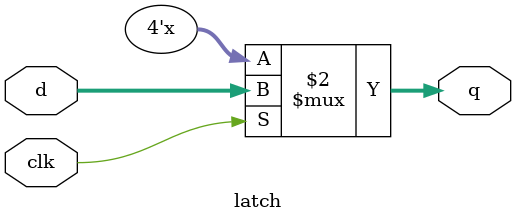
<source format=v>
module latch(input            clk, 
             input      [3:0] d, 
             output reg [3:0] q);

  always @(clk, d)
    if (clk) q <= d;
endmodule



</source>
